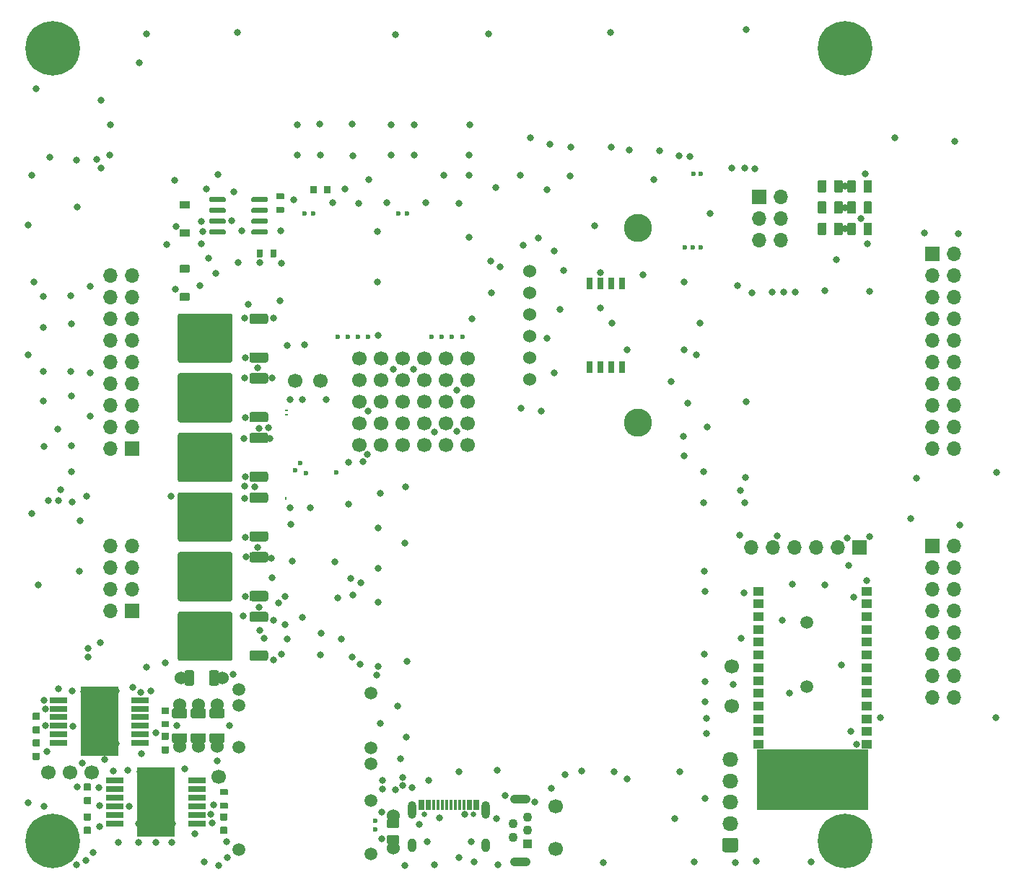
<source format=gts>
G04 #@! TF.GenerationSoftware,KiCad,Pcbnew,8.0.4*
G04 #@! TF.CreationDate,2024-09-15T17:26:29+02:00*
G04 #@! TF.ProjectId,uaefi_v2.0,75616566-695f-4763-922e-302e6b696361,C*
G04 #@! TF.SameCoordinates,PX2faf080PY9896800*
G04 #@! TF.FileFunction,Soldermask,Top*
G04 #@! TF.FilePolarity,Negative*
%FSLAX46Y46*%
G04 Gerber Fmt 4.6, Leading zero omitted, Abs format (unit mm)*
G04 Created by KiCad (PCBNEW 8.0.4) date 2024-09-15 17:26:29*
%MOMM*%
%LPD*%
G01*
G04 APERTURE LIST*
%ADD10C,0.120000*%
%ADD11C,1.700000*%
%ADD12R,1.700000X1.700000*%
%ADD13O,1.700000X1.700000*%
%ADD14C,0.800000*%
%ADD15C,6.400000*%
%ADD16C,1.524000*%
%ADD17O,1.850000X1.700000*%
%ADD18C,0.600000*%
%ADD19R,1.100000X1.100000*%
%ADD20C,1.100000*%
%ADD21O,2.400000X1.100000*%
%ADD22C,1.500000*%
%ADD23O,0.250000X0.499999*%
%ADD24O,0.499999X0.250000*%
%ADD25C,0.599999*%
%ADD26R,1.300000X1.000000*%
%ADD27R,2.000000X0.650000*%
%ADD28R,4.500000X8.100000*%
%ADD29C,0.650000*%
%ADD30R,0.300000X1.150000*%
%ADD31O,1.000000X2.100000*%
%ADD32O,1.000000X1.600000*%
%ADD33C,3.302000*%
%ADD34R,0.690000X1.350000*%
G04 APERTURE END LIST*
D10*
G04 #@! TO.C,U5*
X99150000Y7225000D02*
X86150000Y7225000D01*
X86150000Y14225000D01*
X99150000Y14225000D01*
X99150000Y7225000D01*
G36*
X99150000Y7225000D02*
G01*
X86150000Y7225000D01*
X86150000Y14225000D01*
X99150000Y14225000D01*
X99150000Y7225000D01*
G37*
G04 #@! TD*
G04 #@! TO.C,R40*
G36*
G01*
X96744378Y74691400D02*
X96744378Y75941400D01*
G75*
G02*
X96844378Y76041400I100000J0D01*
G01*
X97644378Y76041400D01*
G75*
G02*
X97744378Y75941400I0J-100000D01*
G01*
X97744378Y74691400D01*
G75*
G02*
X97644378Y74591400I-100000J0D01*
G01*
X96844378Y74591400D01*
G75*
G02*
X96744378Y74691400I0J100000D01*
G01*
G37*
G36*
G01*
X98644400Y74691400D02*
X98644400Y75941400D01*
G75*
G02*
X98744400Y76041400I100000J0D01*
G01*
X99544400Y76041400D01*
G75*
G02*
X99644400Y75941400I0J-100000D01*
G01*
X99644400Y74691400D01*
G75*
G02*
X99544400Y74591400I-100000J0D01*
G01*
X98744400Y74591400D01*
G75*
G02*
X98644400Y74691400I0J100000D01*
G01*
G37*
G04 #@! TD*
G04 #@! TO.C,U7*
G36*
G01*
X28775000Y75110000D02*
X28775000Y74810000D01*
G75*
G02*
X28625000Y74660000I-150000J0D01*
G01*
X26975000Y74660000D01*
G75*
G02*
X26825000Y74810000I0J150000D01*
G01*
X26825000Y75110000D01*
G75*
G02*
X26975000Y75260000I150000J0D01*
G01*
X28625000Y75260000D01*
G75*
G02*
X28775000Y75110000I0J-150000D01*
G01*
G37*
G36*
G01*
X28775000Y76380000D02*
X28775000Y76080000D01*
G75*
G02*
X28625000Y75930000I-150000J0D01*
G01*
X26975000Y75930000D01*
G75*
G02*
X26825000Y76080000I0J150000D01*
G01*
X26825000Y76380000D01*
G75*
G02*
X26975000Y76530000I150000J0D01*
G01*
X28625000Y76530000D01*
G75*
G02*
X28775000Y76380000I0J-150000D01*
G01*
G37*
G36*
G01*
X28775000Y77650000D02*
X28775000Y77350000D01*
G75*
G02*
X28625000Y77200000I-150000J0D01*
G01*
X26975000Y77200000D01*
G75*
G02*
X26825000Y77350000I0J150000D01*
G01*
X26825000Y77650000D01*
G75*
G02*
X26975000Y77800000I150000J0D01*
G01*
X28625000Y77800000D01*
G75*
G02*
X28775000Y77650000I0J-150000D01*
G01*
G37*
G36*
G01*
X28775000Y78920000D02*
X28775000Y78620000D01*
G75*
G02*
X28625000Y78470000I-150000J0D01*
G01*
X26975000Y78470000D01*
G75*
G02*
X26825000Y78620000I0J150000D01*
G01*
X26825000Y78920000D01*
G75*
G02*
X26975000Y79070000I150000J0D01*
G01*
X28625000Y79070000D01*
G75*
G02*
X28775000Y78920000I0J-150000D01*
G01*
G37*
G36*
G01*
X23825000Y78920000D02*
X23825000Y78620000D01*
G75*
G02*
X23675000Y78470000I-150000J0D01*
G01*
X22025000Y78470000D01*
G75*
G02*
X21875000Y78620000I0J150000D01*
G01*
X21875000Y78920000D01*
G75*
G02*
X22025000Y79070000I150000J0D01*
G01*
X23675000Y79070000D01*
G75*
G02*
X23825000Y78920000I0J-150000D01*
G01*
G37*
G36*
G01*
X23825000Y77650000D02*
X23825000Y77350000D01*
G75*
G02*
X23675000Y77200000I-150000J0D01*
G01*
X22025000Y77200000D01*
G75*
G02*
X21875000Y77350000I0J150000D01*
G01*
X21875000Y77650000D01*
G75*
G02*
X22025000Y77800000I150000J0D01*
G01*
X23675000Y77800000D01*
G75*
G02*
X23825000Y77650000I0J-150000D01*
G01*
G37*
G36*
G01*
X23825000Y76380000D02*
X23825000Y76080000D01*
G75*
G02*
X23675000Y75930000I-150000J0D01*
G01*
X22025000Y75930000D01*
G75*
G02*
X21875000Y76080000I0J150000D01*
G01*
X21875000Y76380000D01*
G75*
G02*
X22025000Y76530000I150000J0D01*
G01*
X23675000Y76530000D01*
G75*
G02*
X23825000Y76380000I0J-150000D01*
G01*
G37*
G36*
G01*
X23825000Y75110000D02*
X23825000Y74810000D01*
G75*
G02*
X23675000Y74660000I-150000J0D01*
G01*
X22025000Y74660000D01*
G75*
G02*
X21875000Y74810000I0J150000D01*
G01*
X21875000Y75110000D01*
G75*
G02*
X22025000Y75260000I150000J0D01*
G01*
X23675000Y75260000D01*
G75*
G02*
X23825000Y75110000I0J-150000D01*
G01*
G37*
G04 #@! TD*
G04 #@! TO.C,C24*
G36*
G01*
X7260000Y10215001D02*
X7940000Y10215001D01*
G75*
G02*
X8025000Y10130001I0J-85000D01*
G01*
X8025000Y9450001D01*
G75*
G02*
X7940000Y9365001I-85000J0D01*
G01*
X7260000Y9365001D01*
G75*
G02*
X7175000Y9450001I0J85000D01*
G01*
X7175000Y10130001D01*
G75*
G02*
X7260000Y10215001I85000J0D01*
G01*
G37*
G36*
G01*
X7260000Y8634999D02*
X7940000Y8634999D01*
G75*
G02*
X8025000Y8549999I0J-85000D01*
G01*
X8025000Y7869999D01*
G75*
G02*
X7940000Y7784999I-85000J0D01*
G01*
X7260000Y7784999D01*
G75*
G02*
X7175000Y7869999I0J85000D01*
G01*
X7175000Y8549999D01*
G75*
G02*
X7260000Y8634999I85000J0D01*
G01*
G37*
G04 #@! TD*
G04 #@! TO.C,R39*
G36*
G01*
X96744378Y77191400D02*
X96744378Y78441400D01*
G75*
G02*
X96844378Y78541400I100000J0D01*
G01*
X97644378Y78541400D01*
G75*
G02*
X97744378Y78441400I0J-100000D01*
G01*
X97744378Y77191400D01*
G75*
G02*
X97644378Y77091400I-100000J0D01*
G01*
X96844378Y77091400D01*
G75*
G02*
X96744378Y77191400I0J100000D01*
G01*
G37*
G36*
G01*
X98644400Y77191400D02*
X98644400Y78441400D01*
G75*
G02*
X98744400Y78541400I100000J0D01*
G01*
X99544400Y78541400D01*
G75*
G02*
X99644400Y78441400I0J-100000D01*
G01*
X99644400Y77191400D01*
G75*
G02*
X99544400Y77091400I-100000J0D01*
G01*
X98744400Y77091400D01*
G75*
G02*
X98644400Y77191400I0J100000D01*
G01*
G37*
G04 #@! TD*
G04 #@! TO.C,Q10*
G36*
G01*
X28800000Y39570000D02*
X28800000Y38870000D01*
G75*
G02*
X28550000Y38620000I-250000J0D01*
G01*
X26850000Y38620000D01*
G75*
G02*
X26600000Y38870000I0J250000D01*
G01*
X26600000Y39570000D01*
G75*
G02*
X26850000Y39820000I250000J0D01*
G01*
X28550000Y39820000D01*
G75*
G02*
X28800000Y39570000I0J-250000D01*
G01*
G37*
G36*
G01*
X24600000Y44150003D02*
X24600000Y38849997D01*
G75*
G02*
X24350003Y38600000I-249997J0D01*
G01*
X18449997Y38600000D01*
G75*
G02*
X18200000Y38849997I0J249997D01*
G01*
X18200000Y44150003D01*
G75*
G02*
X18449997Y44400000I249997J0D01*
G01*
X24350003Y44400000D01*
G75*
G02*
X24600000Y44150003I0J-249997D01*
G01*
G37*
G36*
G01*
X28800000Y44130000D02*
X28800000Y43430000D01*
G75*
G02*
X28550000Y43180000I-250000J0D01*
G01*
X26850000Y43180000D01*
G75*
G02*
X26600000Y43430000I0J250000D01*
G01*
X26600000Y44130000D01*
G75*
G02*
X26850000Y44380000I250000J0D01*
G01*
X28550000Y44380000D01*
G75*
G02*
X28800000Y44130000I0J-250000D01*
G01*
G37*
G04 #@! TD*
D11*
G04 #@! TO.C,P8*
X83200000Y19300000D03*
G04 #@! TD*
G04 #@! TO.C,Q7*
G36*
G01*
X28800000Y60570000D02*
X28800000Y59870000D01*
G75*
G02*
X28550000Y59620000I-250000J0D01*
G01*
X26850000Y59620000D01*
G75*
G02*
X26600000Y59870000I0J250000D01*
G01*
X26600000Y60570000D01*
G75*
G02*
X26850000Y60820000I250000J0D01*
G01*
X28550000Y60820000D01*
G75*
G02*
X28800000Y60570000I0J-250000D01*
G01*
G37*
G36*
G01*
X24600000Y65150003D02*
X24600000Y59849997D01*
G75*
G02*
X24350003Y59600000I-249997J0D01*
G01*
X18449997Y59600000D01*
G75*
G02*
X18200000Y59849997I0J249997D01*
G01*
X18200000Y65150003D01*
G75*
G02*
X18449997Y65400000I249997J0D01*
G01*
X24350003Y65400000D01*
G75*
G02*
X24600000Y65150003I0J-249997D01*
G01*
G37*
G36*
G01*
X28800000Y65130000D02*
X28800000Y64430000D01*
G75*
G02*
X28550000Y64180000I-250000J0D01*
G01*
X26850000Y64180000D01*
G75*
G02*
X26600000Y64430000I0J250000D01*
G01*
X26600000Y65130000D01*
G75*
G02*
X26850000Y65380000I250000J0D01*
G01*
X28550000Y65380000D01*
G75*
G02*
X28800000Y65130000I0J-250000D01*
G01*
G37*
G04 #@! TD*
G04 #@! TO.C,Q8*
G36*
G01*
X28800000Y53570000D02*
X28800000Y52870000D01*
G75*
G02*
X28550000Y52620000I-250000J0D01*
G01*
X26850000Y52620000D01*
G75*
G02*
X26600000Y52870000I0J250000D01*
G01*
X26600000Y53570000D01*
G75*
G02*
X26850000Y53820000I250000J0D01*
G01*
X28550000Y53820000D01*
G75*
G02*
X28800000Y53570000I0J-250000D01*
G01*
G37*
G36*
G01*
X24600000Y58150003D02*
X24600000Y52849997D01*
G75*
G02*
X24350003Y52600000I-249997J0D01*
G01*
X18449997Y52600000D01*
G75*
G02*
X18200000Y52849997I0J249997D01*
G01*
X18200000Y58150003D01*
G75*
G02*
X18449997Y58400000I249997J0D01*
G01*
X24350003Y58400000D01*
G75*
G02*
X24600000Y58150003I0J-249997D01*
G01*
G37*
G36*
G01*
X28800000Y58130000D02*
X28800000Y57430000D01*
G75*
G02*
X28550000Y57180000I-250000J0D01*
G01*
X26850000Y57180000D01*
G75*
G02*
X26600000Y57430000I0J250000D01*
G01*
X26600000Y58130000D01*
G75*
G02*
X26850000Y58380000I250000J0D01*
G01*
X28550000Y58380000D01*
G75*
G02*
X28800000Y58130000I0J-250000D01*
G01*
G37*
G04 #@! TD*
G04 #@! TO.C,P1*
X32000000Y57500000D03*
G04 #@! TD*
G04 #@! TO.C,C26*
G36*
G01*
X23260000Y6715001D02*
X23940000Y6715001D01*
G75*
G02*
X24025000Y6630001I0J-85000D01*
G01*
X24025000Y5950001D01*
G75*
G02*
X23940000Y5865001I-85000J0D01*
G01*
X23260000Y5865001D01*
G75*
G02*
X23175000Y5950001I0J85000D01*
G01*
X23175000Y6630001D01*
G75*
G02*
X23260000Y6715001I85000J0D01*
G01*
G37*
G36*
G01*
X23260000Y5134999D02*
X23940000Y5134999D01*
G75*
G02*
X24025000Y5049999I0J-85000D01*
G01*
X24025000Y4369999D01*
G75*
G02*
X23940000Y4284999I-85000J0D01*
G01*
X23260000Y4284999D01*
G75*
G02*
X23175000Y4369999I0J85000D01*
G01*
X23175000Y5049999D01*
G75*
G02*
X23260000Y5134999I85000J0D01*
G01*
G37*
G04 #@! TD*
G04 #@! TO.C,R1*
G36*
G01*
X36082497Y80315000D02*
X36082497Y79535000D01*
G75*
G02*
X36012497Y79465000I-70000J0D01*
G01*
X35452497Y79465000D01*
G75*
G02*
X35382497Y79535000I0J70000D01*
G01*
X35382497Y80315000D01*
G75*
G02*
X35452497Y80385000I70000J0D01*
G01*
X36012497Y80385000D01*
G75*
G02*
X36082497Y80315000I0J-70000D01*
G01*
G37*
G36*
G01*
X34482497Y80315000D02*
X34482497Y79535000D01*
G75*
G02*
X34412497Y79465000I-70000J0D01*
G01*
X33852497Y79465000D01*
G75*
G02*
X33782497Y79535000I0J70000D01*
G01*
X33782497Y80315000D01*
G75*
G02*
X33852497Y80385000I70000J0D01*
G01*
X34412497Y80385000D01*
G75*
G02*
X34482497Y80315000I0J-70000D01*
G01*
G37*
G04 #@! TD*
G04 #@! TO.C,P2*
X34900000Y57500000D03*
G04 #@! TD*
D12*
G04 #@! TO.C,J2*
X106718000Y72370000D03*
D13*
X109258000Y72370000D03*
X106718000Y69830000D03*
X109258000Y69830000D03*
X106718000Y67290000D03*
X109258000Y67290000D03*
X106718000Y64750000D03*
X109258000Y64750000D03*
X106718000Y62210000D03*
X109258000Y62210000D03*
X106718000Y59670000D03*
X109258000Y59670000D03*
X106718000Y57130000D03*
X109258000Y57130000D03*
X106718000Y54590000D03*
X109258000Y54590000D03*
X106718000Y52050000D03*
X109258000Y52050000D03*
X106718000Y49510000D03*
X109258000Y49510000D03*
G04 #@! TD*
G04 #@! TO.C,C13*
G36*
G01*
X16385000Y16175001D02*
X17065000Y16175001D01*
G75*
G02*
X17150000Y16090001I0J-85000D01*
G01*
X17150000Y15410001D01*
G75*
G02*
X17065000Y15325001I-85000J0D01*
G01*
X16385000Y15325001D01*
G75*
G02*
X16300000Y15410001I0J85000D01*
G01*
X16300000Y16090001D01*
G75*
G02*
X16385000Y16175001I85000J0D01*
G01*
G37*
G36*
G01*
X16385000Y14594999D02*
X17065000Y14594999D01*
G75*
G02*
X17150000Y14509999I0J-85000D01*
G01*
X17150000Y13829999D01*
G75*
G02*
X17065000Y13744999I-85000J0D01*
G01*
X16385000Y13744999D01*
G75*
G02*
X16300000Y13829999I0J85000D01*
G01*
X16300000Y14509999D01*
G75*
G02*
X16385000Y14594999I85000J0D01*
G01*
G37*
G04 #@! TD*
D11*
G04 #@! TO.C,P15*
X5540000Y11500000D03*
G04 #@! TD*
D14*
G04 #@! TO.C,H1*
X1100000Y96500000D03*
X1802944Y98197056D03*
X1802944Y94802944D03*
X3500000Y98900000D03*
D15*
X3500000Y96500000D03*
D14*
X3500000Y94100000D03*
X5197056Y98197056D03*
X5197056Y94802944D03*
X5900000Y96500000D03*
G04 #@! TD*
G04 #@! TO.C,H4*
X94100000Y96500000D03*
X94802944Y98197056D03*
X94802944Y94802944D03*
X96500000Y98900000D03*
D15*
X96500000Y96500000D03*
D14*
X96500000Y94100000D03*
X98197056Y98197056D03*
X98197056Y94802944D03*
X98900000Y96500000D03*
G04 #@! TD*
D16*
G04 #@! TO.C,F4*
X18400000Y19450000D03*
G36*
G01*
X17500000Y18105010D02*
X17500000Y18795010D01*
G75*
G02*
X17730000Y19025010I230000J0D01*
G01*
X19070000Y19025010D01*
G75*
G02*
X19300000Y18795010I0J-230000D01*
G01*
X19300000Y18105010D01*
G75*
G02*
X19070000Y17875010I-230000J0D01*
G01*
X17730000Y17875010D01*
G75*
G02*
X17500000Y18105010I0J230000D01*
G01*
G37*
G36*
G01*
X17500000Y15204990D02*
X17500000Y15894990D01*
G75*
G02*
X17730000Y16124990I230000J0D01*
G01*
X19070000Y16124990D01*
G75*
G02*
X19300000Y15894990I0J-230000D01*
G01*
X19300000Y15204990D01*
G75*
G02*
X19070000Y14974990I-230000J0D01*
G01*
X17730000Y14974990D01*
G75*
G02*
X17500000Y15204990I0J230000D01*
G01*
G37*
X18400000Y14550000D03*
G04 #@! TD*
G04 #@! TO.C,R37*
G36*
G01*
X93294378Y74691400D02*
X93294378Y75941400D01*
G75*
G02*
X93394378Y76041400I100000J0D01*
G01*
X94194378Y76041400D01*
G75*
G02*
X94294378Y75941400I0J-100000D01*
G01*
X94294378Y74691400D01*
G75*
G02*
X94194378Y74591400I-100000J0D01*
G01*
X93394378Y74591400D01*
G75*
G02*
X93294378Y74691400I0J100000D01*
G01*
G37*
G36*
G01*
X95194400Y74691400D02*
X95194400Y75941400D01*
G75*
G02*
X95294400Y76041400I100000J0D01*
G01*
X96094400Y76041400D01*
G75*
G02*
X96194400Y75941400I0J-100000D01*
G01*
X96194400Y74691400D01*
G75*
G02*
X96094400Y74591400I-100000J0D01*
G01*
X95294400Y74591400D01*
G75*
G02*
X95194400Y74691400I0J100000D01*
G01*
G37*
G04 #@! TD*
G04 #@! TO.C,C11*
G36*
G01*
X1260000Y18515001D02*
X1940000Y18515001D01*
G75*
G02*
X2025000Y18430001I0J-85000D01*
G01*
X2025000Y17750001D01*
G75*
G02*
X1940000Y17665001I-85000J0D01*
G01*
X1260000Y17665001D01*
G75*
G02*
X1175000Y17750001I0J85000D01*
G01*
X1175000Y18430001D01*
G75*
G02*
X1260000Y18515001I85000J0D01*
G01*
G37*
G36*
G01*
X1260000Y16934999D02*
X1940000Y16934999D01*
G75*
G02*
X2025000Y16849999I0J-85000D01*
G01*
X2025000Y16169999D01*
G75*
G02*
X1940000Y16084999I-85000J0D01*
G01*
X1260000Y16084999D01*
G75*
G02*
X1175000Y16169999I0J85000D01*
G01*
X1175000Y16849999D01*
G75*
G02*
X1260000Y16934999I85000J0D01*
G01*
G37*
G04 #@! TD*
G04 #@! TO.C,J7*
G36*
G01*
X83675000Y2150000D02*
X82325000Y2150000D01*
G75*
G02*
X82075000Y2400000I0J250000D01*
G01*
X82075000Y3600000D01*
G75*
G02*
X82325000Y3850000I250000J0D01*
G01*
X83675000Y3850000D01*
G75*
G02*
X83925000Y3600000I0J-250000D01*
G01*
X83925000Y2400000D01*
G75*
G02*
X83675000Y2150000I-250000J0D01*
G01*
G37*
D17*
X83000000Y5500000D03*
X83000000Y8000000D03*
X83000000Y10500000D03*
X83000000Y13000000D03*
G04 #@! TD*
D11*
G04 #@! TO.C,P4*
X62500000Y7500000D03*
G04 #@! TD*
D14*
G04 #@! TO.C,H2*
X1100000Y3500000D03*
X1802944Y5197056D03*
X1802944Y1802944D03*
X3500000Y5900000D03*
D15*
X3500000Y3500000D03*
D14*
X3500000Y1100000D03*
X5197056Y5197056D03*
X5197056Y1802944D03*
X5900000Y3500000D03*
G04 #@! TD*
D18*
G04 #@! TO.C,M3*
X49175000Y62675000D03*
X47975000Y62675000D03*
X50375000Y62675000D03*
X51575000Y62675000D03*
X45115000Y77100000D03*
X44115000Y77100000D03*
G04 #@! TD*
G04 #@! TO.C,R10*
G36*
G01*
X29750000Y72840000D02*
X29750000Y72060000D01*
G75*
G02*
X29680000Y71990000I-70000J0D01*
G01*
X29120000Y71990000D01*
G75*
G02*
X29050000Y72060000I0J70000D01*
G01*
X29050000Y72840000D01*
G75*
G02*
X29120000Y72910000I70000J0D01*
G01*
X29680000Y72910000D01*
G75*
G02*
X29750000Y72840000I0J-70000D01*
G01*
G37*
G36*
G01*
X28150000Y72840000D02*
X28150000Y72060000D01*
G75*
G02*
X28080000Y71990000I-70000J0D01*
G01*
X27520000Y71990000D01*
G75*
G02*
X27450000Y72060000I0J70000D01*
G01*
X27450000Y72840000D01*
G75*
G02*
X27520000Y72910000I70000J0D01*
G01*
X28080000Y72910000D01*
G75*
G02*
X28150000Y72840000I0J-70000D01*
G01*
G37*
G04 #@! TD*
D11*
G04 #@! TO.C,P17*
X3000000Y11500000D03*
G04 #@! TD*
D19*
G04 #@! TO.C,J8*
X59250000Y3100000D03*
D20*
X57500000Y3900000D03*
X59250000Y4700000D03*
X57500000Y5500000D03*
X59250000Y6300000D03*
D21*
X58375000Y1050000D03*
X58375000Y8350000D03*
G04 #@! TD*
D16*
G04 #@! TO.C,F3*
X20600000Y19450000D03*
G36*
G01*
X19700000Y18105010D02*
X19700000Y18795010D01*
G75*
G02*
X19930000Y19025010I230000J0D01*
G01*
X21270000Y19025010D01*
G75*
G02*
X21500000Y18795010I0J-230000D01*
G01*
X21500000Y18105010D01*
G75*
G02*
X21270000Y17875010I-230000J0D01*
G01*
X19930000Y17875010D01*
G75*
G02*
X19700000Y18105010I0J230000D01*
G01*
G37*
G36*
G01*
X19700000Y15204990D02*
X19700000Y15894990D01*
G75*
G02*
X19930000Y16124990I230000J0D01*
G01*
X21270000Y16124990D01*
G75*
G02*
X21500000Y15894990I0J-230000D01*
G01*
X21500000Y15204990D01*
G75*
G02*
X21270000Y14974990I-230000J0D01*
G01*
X19930000Y14974990D01*
G75*
G02*
X19700000Y15204990I0J230000D01*
G01*
G37*
X20600000Y14550000D03*
G04 #@! TD*
D18*
G04 #@! TO.C,M2*
X79574999Y73125000D03*
X78624999Y73125000D03*
X77675001Y73125000D03*
X78674999Y81825000D03*
X79574999Y81825000D03*
G04 #@! TD*
G04 #@! TO.C,C25*
G36*
G01*
X7940000Y4284999D02*
X7260000Y4284999D01*
G75*
G02*
X7175000Y4369999I0J85000D01*
G01*
X7175000Y5049999D01*
G75*
G02*
X7260000Y5134999I85000J0D01*
G01*
X7940000Y5134999D01*
G75*
G02*
X8025000Y5049999I0J-85000D01*
G01*
X8025000Y4369999D01*
G75*
G02*
X7940000Y4284999I-85000J0D01*
G01*
G37*
G36*
G01*
X7940000Y5865001D02*
X7260000Y5865001D01*
G75*
G02*
X7175000Y5950001I0J85000D01*
G01*
X7175000Y6630001D01*
G75*
G02*
X7260000Y6715001I85000J0D01*
G01*
X7940000Y6715001D01*
G75*
G02*
X8025000Y6630001I0J-85000D01*
G01*
X8025000Y5950001D01*
G75*
G02*
X7940000Y5865001I-85000J0D01*
G01*
G37*
G04 #@! TD*
D11*
G04 #@! TO.C,P18*
X23000000Y11000000D03*
G04 #@! TD*
D22*
G04 #@! TO.C,M1*
X40874995Y20824999D03*
X40874995Y14425002D03*
X40874995Y12524999D03*
X40874995Y8224999D03*
D18*
X41324994Y5825002D03*
X41324994Y4825001D03*
D22*
X40874995Y1974999D03*
X25374998Y21275001D03*
X25374998Y19425002D03*
X25374998Y14474999D03*
X25374998Y2425001D03*
G04 #@! TD*
D12*
G04 #@! TO.C,J3*
X86448800Y79101000D03*
D13*
X88988800Y79101000D03*
X86448800Y76561000D03*
X88988800Y76561000D03*
X86448800Y74021000D03*
X88988800Y74021000D03*
G04 #@! TD*
G04 #@! TO.C,Q12*
G36*
G01*
X28800000Y25570000D02*
X28800000Y24870000D01*
G75*
G02*
X28550000Y24620000I-250000J0D01*
G01*
X26850000Y24620000D01*
G75*
G02*
X26600000Y24870000I0J250000D01*
G01*
X26600000Y25570000D01*
G75*
G02*
X26850000Y25820000I250000J0D01*
G01*
X28550000Y25820000D01*
G75*
G02*
X28800000Y25570000I0J-250000D01*
G01*
G37*
G36*
G01*
X24600000Y30150003D02*
X24600000Y24849997D01*
G75*
G02*
X24350003Y24600000I-249997J0D01*
G01*
X18449997Y24600000D01*
G75*
G02*
X18200000Y24849997I0J249997D01*
G01*
X18200000Y30150003D01*
G75*
G02*
X18449997Y30400000I249997J0D01*
G01*
X24350003Y30400000D01*
G75*
G02*
X24600000Y30150003I0J-249997D01*
G01*
G37*
G36*
G01*
X28800000Y30130000D02*
X28800000Y29430000D01*
G75*
G02*
X28550000Y29180000I-250000J0D01*
G01*
X26850000Y29180000D01*
G75*
G02*
X26600000Y29430000I0J250000D01*
G01*
X26600000Y30130000D01*
G75*
G02*
X26850000Y30380000I250000J0D01*
G01*
X28550000Y30380000D01*
G75*
G02*
X28800000Y30130000I0J-250000D01*
G01*
G37*
G04 #@! TD*
D23*
G04 #@! TO.C,M7*
X30900003Y43675005D03*
D24*
X30950001Y54024999D03*
X30950001Y53524998D03*
D25*
X31999999Y46975001D03*
X32524999Y47850003D03*
X33274997Y46674999D03*
X36824998Y46750002D03*
G04 #@! TD*
G04 #@! TO.C,R9*
G36*
G01*
X16335000Y19110000D02*
X17115000Y19110000D01*
G75*
G02*
X17185000Y19040000I0J-70000D01*
G01*
X17185000Y18480000D01*
G75*
G02*
X17115000Y18410000I-70000J0D01*
G01*
X16335000Y18410000D01*
G75*
G02*
X16265000Y18480000I0J70000D01*
G01*
X16265000Y19040000D01*
G75*
G02*
X16335000Y19110000I70000J0D01*
G01*
G37*
G36*
G01*
X16335000Y17510000D02*
X17115000Y17510000D01*
G75*
G02*
X17185000Y17440000I0J-70000D01*
G01*
X17185000Y16880000D01*
G75*
G02*
X17115000Y16810000I-70000J0D01*
G01*
X16335000Y16810000D01*
G75*
G02*
X16265000Y16880000I0J70000D01*
G01*
X16265000Y17440000D01*
G75*
G02*
X16335000Y17510000I70000J0D01*
G01*
G37*
G04 #@! TD*
G04 #@! TO.C,Q9*
G36*
G01*
X28800000Y46570000D02*
X28800000Y45870000D01*
G75*
G02*
X28550000Y45620000I-250000J0D01*
G01*
X26850000Y45620000D01*
G75*
G02*
X26600000Y45870000I0J250000D01*
G01*
X26600000Y46570000D01*
G75*
G02*
X26850000Y46820000I250000J0D01*
G01*
X28550000Y46820000D01*
G75*
G02*
X28800000Y46570000I0J-250000D01*
G01*
G37*
G36*
G01*
X24600000Y51150003D02*
X24600000Y45849997D01*
G75*
G02*
X24350003Y45600000I-249997J0D01*
G01*
X18449997Y45600000D01*
G75*
G02*
X18200000Y45849997I0J249997D01*
G01*
X18200000Y51150003D01*
G75*
G02*
X18449997Y51400000I249997J0D01*
G01*
X24350003Y51400000D01*
G75*
G02*
X24600000Y51150003I0J-249997D01*
G01*
G37*
G36*
G01*
X28800000Y51130000D02*
X28800000Y50430000D01*
G75*
G02*
X28550000Y50180000I-250000J0D01*
G01*
X26850000Y50180000D01*
G75*
G02*
X26600000Y50430000I0J250000D01*
G01*
X26600000Y51130000D01*
G75*
G02*
X26850000Y51380000I250000J0D01*
G01*
X28550000Y51380000D01*
G75*
G02*
X28800000Y51130000I0J-250000D01*
G01*
G37*
G04 #@! TD*
D26*
G04 #@! TO.C,U5*
X99000000Y14800000D03*
X99000000Y16300000D03*
X99000000Y17800000D03*
X99000000Y19300000D03*
X99000000Y20800000D03*
X99000000Y22300000D03*
X99000000Y23800000D03*
X99000000Y25300000D03*
X99000000Y26800000D03*
X99000000Y28300000D03*
X99000000Y29800000D03*
X99000000Y31300000D03*
X99000000Y32800000D03*
X86300000Y32800000D03*
X86300000Y31300000D03*
X86300000Y29800000D03*
X86300000Y28300000D03*
X86300000Y26800000D03*
X86300000Y25300000D03*
X86300000Y23800000D03*
X86300000Y22300000D03*
X86300000Y20800000D03*
X86300000Y19300000D03*
X86300000Y17800000D03*
X86300000Y16300000D03*
X86300000Y14800000D03*
G04 #@! TD*
G04 #@! TO.C,R35*
G36*
G01*
X93294378Y79691400D02*
X93294378Y80941400D01*
G75*
G02*
X93394378Y81041400I100000J0D01*
G01*
X94194378Y81041400D01*
G75*
G02*
X94294378Y80941400I0J-100000D01*
G01*
X94294378Y79691400D01*
G75*
G02*
X94194378Y79591400I-100000J0D01*
G01*
X93394378Y79591400D01*
G75*
G02*
X93294378Y79691400I0J100000D01*
G01*
G37*
G36*
G01*
X95194400Y79691400D02*
X95194400Y80941400D01*
G75*
G02*
X95294400Y81041400I100000J0D01*
G01*
X96094400Y81041400D01*
G75*
G02*
X96194400Y80941400I0J-100000D01*
G01*
X96194400Y79691400D01*
G75*
G02*
X96094400Y79591400I-100000J0D01*
G01*
X95294400Y79591400D01*
G75*
G02*
X95194400Y79691400I0J100000D01*
G01*
G37*
G04 #@! TD*
D16*
G04 #@! TO.C,F1*
X22800000Y19450000D03*
G36*
G01*
X21900000Y18105010D02*
X21900000Y18795010D01*
G75*
G02*
X22130000Y19025010I230000J0D01*
G01*
X23470000Y19025010D01*
G75*
G02*
X23700000Y18795010I0J-230000D01*
G01*
X23700000Y18105010D01*
G75*
G02*
X23470000Y17875010I-230000J0D01*
G01*
X22130000Y17875010D01*
G75*
G02*
X21900000Y18105010I0J230000D01*
G01*
G37*
G36*
G01*
X21900000Y15204990D02*
X21900000Y15894990D01*
G75*
G02*
X22130000Y16124990I230000J0D01*
G01*
X23470000Y16124990D01*
G75*
G02*
X23700000Y15894990I0J-230000D01*
G01*
X23700000Y15204990D01*
G75*
G02*
X23470000Y14974990I-230000J0D01*
G01*
X22130000Y14974990D01*
G75*
G02*
X21900000Y15204990I0J230000D01*
G01*
G37*
X22800000Y14550000D03*
G04 #@! TD*
D11*
G04 #@! TO.C,G3*
X39500000Y49960000D03*
X39500000Y52500000D03*
X39500000Y55040000D03*
X39500000Y57580000D03*
X39500000Y60120000D03*
X42040000Y49960000D03*
X42040000Y52500000D03*
X42040000Y55040000D03*
X42040000Y57580000D03*
X42040000Y60120000D03*
X44580000Y49960000D03*
X44580000Y52500000D03*
X44580000Y55040000D03*
X44580000Y57580000D03*
X44580000Y60120000D03*
G04 #@! TD*
G04 #@! TO.C,P3*
X62500000Y2500000D03*
G04 #@! TD*
D16*
G04 #@! TO.C,R4*
X43474609Y6474609D03*
G36*
G01*
X42849609Y6019610D02*
X44099609Y6019610D01*
G75*
G02*
X44199609Y5919610I0J-100000D01*
G01*
X44199609Y5119610D01*
G75*
G02*
X44099609Y5019610I-100000J0D01*
G01*
X42849609Y5019610D01*
G75*
G02*
X42749609Y5119610I0J100000D01*
G01*
X42749609Y5919610D01*
G75*
G02*
X42849609Y6019610I100000J0D01*
G01*
G37*
G36*
G01*
X42849609Y4119588D02*
X44099609Y4119588D01*
G75*
G02*
X44199609Y4019588I0J-100000D01*
G01*
X44199609Y3219588D01*
G75*
G02*
X44099609Y3119588I-100000J0D01*
G01*
X42849609Y3119588D01*
G75*
G02*
X42749609Y3219588I0J100000D01*
G01*
X42749609Y4019588D01*
G75*
G02*
X42849609Y4119588I100000J0D01*
G01*
G37*
X43474609Y2664609D03*
G04 #@! TD*
G04 #@! TO.C,R11*
G36*
G01*
X29810000Y79500000D02*
X30590000Y79500000D01*
G75*
G02*
X30660000Y79430000I0J-70000D01*
G01*
X30660000Y78870000D01*
G75*
G02*
X30590000Y78800000I-70000J0D01*
G01*
X29810000Y78800000D01*
G75*
G02*
X29740000Y78870000I0J70000D01*
G01*
X29740000Y79430000D01*
G75*
G02*
X29810000Y79500000I70000J0D01*
G01*
G37*
G36*
G01*
X29810000Y77900000D02*
X30590000Y77900000D01*
G75*
G02*
X30660000Y77830000I0J-70000D01*
G01*
X30660000Y77270000D01*
G75*
G02*
X30590000Y77200000I-70000J0D01*
G01*
X29810000Y77200000D01*
G75*
G02*
X29740000Y77270000I0J70000D01*
G01*
X29740000Y77830000D01*
G75*
G02*
X29810000Y77900000I70000J0D01*
G01*
G37*
G04 #@! TD*
G04 #@! TO.C,D3*
G36*
G01*
X19510000Y74400000D02*
X18490000Y74400000D01*
G75*
G02*
X18400000Y74490000I0J90000D01*
G01*
X18400000Y75210000D01*
G75*
G02*
X18490000Y75300000I90000J0D01*
G01*
X19510000Y75300000D01*
G75*
G02*
X19600000Y75210000I0J-90000D01*
G01*
X19600000Y74490000D01*
G75*
G02*
X19510000Y74400000I-90000J0D01*
G01*
G37*
G36*
G01*
X19510000Y77700000D02*
X18490000Y77700000D01*
G75*
G02*
X18400000Y77790000I0J90000D01*
G01*
X18400000Y78510000D01*
G75*
G02*
X18490000Y78600000I90000J0D01*
G01*
X19510000Y78600000D01*
G75*
G02*
X19600000Y78510000I0J-90000D01*
G01*
X19600000Y77790000D01*
G75*
G02*
X19510000Y77700000I-90000J0D01*
G01*
G37*
G04 #@! TD*
G04 #@! TO.C,R38*
G36*
G01*
X96744378Y79691400D02*
X96744378Y80941400D01*
G75*
G02*
X96844378Y81041400I100000J0D01*
G01*
X97644378Y81041400D01*
G75*
G02*
X97744378Y80941400I0J-100000D01*
G01*
X97744378Y79691400D01*
G75*
G02*
X97644378Y79591400I-100000J0D01*
G01*
X96844378Y79591400D01*
G75*
G02*
X96744378Y79691400I0J100000D01*
G01*
G37*
G36*
G01*
X98644400Y79691400D02*
X98644400Y80941400D01*
G75*
G02*
X98744400Y81041400I100000J0D01*
G01*
X99544400Y81041400D01*
G75*
G02*
X99644400Y80941400I0J-100000D01*
G01*
X99644400Y79691400D01*
G75*
G02*
X99544400Y79591400I-100000J0D01*
G01*
X98744400Y79591400D01*
G75*
G02*
X98644400Y79691400I0J100000D01*
G01*
G37*
G04 #@! TD*
G04 #@! TO.C,R36*
G36*
G01*
X93294378Y77191400D02*
X93294378Y78441400D01*
G75*
G02*
X93394378Y78541400I100000J0D01*
G01*
X94194378Y78541400D01*
G75*
G02*
X94294378Y78441400I0J-100000D01*
G01*
X94294378Y77191400D01*
G75*
G02*
X94194378Y77091400I-100000J0D01*
G01*
X93394378Y77091400D01*
G75*
G02*
X93294378Y77191400I0J100000D01*
G01*
G37*
G36*
G01*
X95194400Y77191400D02*
X95194400Y78441400D01*
G75*
G02*
X95294400Y78541400I100000J0D01*
G01*
X96094400Y78541400D01*
G75*
G02*
X96194400Y78441400I0J-100000D01*
G01*
X96194400Y77191400D01*
G75*
G02*
X96094400Y77091400I-100000J0D01*
G01*
X95294400Y77091400D01*
G75*
G02*
X95194400Y77191400I0J100000D01*
G01*
G37*
G04 #@! TD*
D27*
G04 #@! TO.C,U1*
X4200000Y20000000D03*
X4200000Y19000000D03*
X4200000Y18000000D03*
X4200000Y17000000D03*
X4200000Y16000000D03*
X4200000Y15000000D03*
X13800000Y15000000D03*
X13800000Y16000000D03*
X13800000Y17000000D03*
X13800000Y18000000D03*
X13800000Y19000000D03*
X13800000Y20000000D03*
D28*
X9000000Y17500000D03*
G04 #@! TD*
D12*
G04 #@! TO.C,J4*
X12865000Y30460000D03*
D13*
X10325000Y30460000D03*
X12865000Y33000000D03*
X10325000Y33000000D03*
X12865000Y35540000D03*
X10325000Y35540000D03*
X12865000Y38080000D03*
X10325000Y38080000D03*
G04 #@! TD*
D27*
G04 #@! TO.C,U2*
X10825000Y10540000D03*
X10825000Y9540000D03*
X10825000Y8540000D03*
X10825000Y7540000D03*
X10825000Y6540000D03*
X10825000Y5540000D03*
X20425000Y5540000D03*
X20425000Y6540000D03*
X20425000Y7540000D03*
X20425000Y8540000D03*
X20425000Y9540000D03*
X20425000Y10540000D03*
D28*
X15625000Y8040000D03*
G04 #@! TD*
D11*
G04 #@! TO.C,P7*
X83200000Y24000000D03*
G04 #@! TD*
D12*
G04 #@! TO.C,J5*
X12865000Y49510000D03*
D13*
X10325000Y49510000D03*
X12865000Y52050000D03*
X10325000Y52050000D03*
X12865000Y54590000D03*
X10325000Y54590000D03*
X12865000Y57130000D03*
X10325000Y57130000D03*
X12865000Y59670000D03*
X10325000Y59670000D03*
X12865000Y62210000D03*
X10325000Y62210000D03*
X12865000Y64750000D03*
X10325000Y64750000D03*
X12865000Y67290000D03*
X10325000Y67290000D03*
X12865000Y69830000D03*
X10325000Y69830000D03*
G04 #@! TD*
G04 #@! TO.C,Q11*
G36*
G01*
X28800000Y32570000D02*
X28800000Y31870000D01*
G75*
G02*
X28550000Y31620000I-250000J0D01*
G01*
X26850000Y31620000D01*
G75*
G02*
X26600000Y31870000I0J250000D01*
G01*
X26600000Y32570000D01*
G75*
G02*
X26850000Y32820000I250000J0D01*
G01*
X28550000Y32820000D01*
G75*
G02*
X28800000Y32570000I0J-250000D01*
G01*
G37*
G36*
G01*
X24600000Y37150003D02*
X24600000Y31849997D01*
G75*
G02*
X24350003Y31600000I-249997J0D01*
G01*
X18449997Y31600000D01*
G75*
G02*
X18200000Y31849997I0J249997D01*
G01*
X18200000Y37150003D01*
G75*
G02*
X18449997Y37400000I249997J0D01*
G01*
X24350003Y37400000D01*
G75*
G02*
X24600000Y37150003I0J-249997D01*
G01*
G37*
G36*
G01*
X28800000Y37130000D02*
X28800000Y36430000D01*
G75*
G02*
X28550000Y36180000I-250000J0D01*
G01*
X26850000Y36180000D01*
G75*
G02*
X26600000Y36430000I0J250000D01*
G01*
X26600000Y37130000D01*
G75*
G02*
X26850000Y37380000I250000J0D01*
G01*
X28550000Y37380000D01*
G75*
G02*
X28800000Y37130000I0J-250000D01*
G01*
G37*
G04 #@! TD*
D29*
G04 #@! TO.C,J9*
X47110000Y6605000D03*
X52890000Y6605000D03*
D30*
X46650000Y7670000D03*
X47450000Y7670000D03*
X48750000Y7670000D03*
X49750000Y7670000D03*
X50250000Y7670000D03*
X51250000Y7670000D03*
X52550000Y7670000D03*
X53350000Y7670000D03*
X53050000Y7670000D03*
X52250000Y7670000D03*
X51750000Y7670000D03*
X50750000Y7670000D03*
X49250000Y7670000D03*
X48250000Y7670000D03*
X47750000Y7670000D03*
X46950000Y7670000D03*
D31*
X45680000Y7105000D03*
D32*
X45680000Y2925000D03*
D31*
X54320000Y7105000D03*
D32*
X54320000Y2925000D03*
G04 #@! TD*
D12*
G04 #@! TO.C,J10*
X106718000Y38080000D03*
D13*
X109258000Y38080000D03*
X106718000Y35540000D03*
X109258000Y35540000D03*
X106718000Y33000000D03*
X109258000Y33000000D03*
X106718000Y30460000D03*
X109258000Y30460000D03*
X106718000Y27920000D03*
X109258000Y27920000D03*
X106718000Y25380000D03*
X109258000Y25380000D03*
X106718000Y22840000D03*
X109258000Y22840000D03*
X106718000Y20300000D03*
X109258000Y20300000D03*
G04 #@! TD*
D14*
G04 #@! TO.C,H3*
X94100000Y3500000D03*
X94802944Y5197056D03*
X94802944Y1802944D03*
X96500000Y5900000D03*
D15*
X96500000Y3500000D03*
D14*
X96500000Y1100000D03*
X98197056Y5197056D03*
X98197056Y1802944D03*
X98900000Y3500000D03*
G04 #@! TD*
D18*
G04 #@! TO.C,M4*
X38125000Y62675000D03*
X36925000Y62675000D03*
X39325000Y62675000D03*
X40525000Y62675000D03*
X34065000Y77100000D03*
X33065000Y77100000D03*
G04 #@! TD*
D16*
G04 #@! TO.C,F2*
X18550000Y22600000D03*
G36*
G01*
X19894990Y21700000D02*
X19204990Y21700000D01*
G75*
G02*
X18974990Y21930000I0J230000D01*
G01*
X18974990Y23270000D01*
G75*
G02*
X19204990Y23500000I230000J0D01*
G01*
X19894990Y23500000D01*
G75*
G02*
X20124990Y23270000I0J-230000D01*
G01*
X20124990Y21930000D01*
G75*
G02*
X19894990Y21700000I-230000J0D01*
G01*
G37*
G36*
G01*
X22795010Y21700000D02*
X22105010Y21700000D01*
G75*
G02*
X21875010Y21930000I0J230000D01*
G01*
X21875010Y23270000D01*
G75*
G02*
X22105010Y23500000I230000J0D01*
G01*
X22795010Y23500000D01*
G75*
G02*
X23025010Y23270000I0J-230000D01*
G01*
X23025010Y21930000D01*
G75*
G02*
X22795010Y21700000I-230000J0D01*
G01*
G37*
X23450000Y22600000D03*
G04 #@! TD*
G04 #@! TO.C,D5*
G36*
G01*
X19510000Y66900000D02*
X18490000Y66900000D01*
G75*
G02*
X18400000Y66990000I0J90000D01*
G01*
X18400000Y67710000D01*
G75*
G02*
X18490000Y67800000I90000J0D01*
G01*
X19510000Y67800000D01*
G75*
G02*
X19600000Y67710000I0J-90000D01*
G01*
X19600000Y66990000D01*
G75*
G02*
X19510000Y66900000I-90000J0D01*
G01*
G37*
G36*
G01*
X19510000Y70200000D02*
X18490000Y70200000D01*
G75*
G02*
X18400000Y70290000I0J90000D01*
G01*
X18400000Y71010000D01*
G75*
G02*
X18490000Y71100000I90000J0D01*
G01*
X19510000Y71100000D01*
G75*
G02*
X19600000Y71010000I0J-90000D01*
G01*
X19600000Y70290000D01*
G75*
G02*
X19510000Y70200000I-90000J0D01*
G01*
G37*
G04 #@! TD*
D12*
G04 #@! TO.C,J6*
X98150000Y37900000D03*
D13*
X95610000Y37900000D03*
X93070000Y37900000D03*
X90530000Y37900000D03*
X87990000Y37900000D03*
X85450000Y37900000D03*
G04 #@! TD*
G04 #@! TO.C,R14*
G36*
G01*
X23210000Y9550000D02*
X23990000Y9550000D01*
G75*
G02*
X24060000Y9480000I0J-70000D01*
G01*
X24060000Y8920000D01*
G75*
G02*
X23990000Y8850000I-70000J0D01*
G01*
X23210000Y8850000D01*
G75*
G02*
X23140000Y8920000I0J70000D01*
G01*
X23140000Y9480000D01*
G75*
G02*
X23210000Y9550000I70000J0D01*
G01*
G37*
G36*
G01*
X23210000Y7950000D02*
X23990000Y7950000D01*
G75*
G02*
X24060000Y7880000I0J-70000D01*
G01*
X24060000Y7320000D01*
G75*
G02*
X23990000Y7250000I-70000J0D01*
G01*
X23210000Y7250000D01*
G75*
G02*
X23140000Y7320000I0J70000D01*
G01*
X23140000Y7880000D01*
G75*
G02*
X23210000Y7950000I70000J0D01*
G01*
G37*
G04 #@! TD*
D33*
G04 #@! TO.C,U3*
X72203250Y75430000D03*
X72203250Y52570000D03*
D34*
X70323250Y68942500D03*
X70323250Y59100000D03*
X69053250Y59100000D03*
X67783250Y59100000D03*
X66513250Y59100000D03*
D16*
X59503250Y70350000D03*
D34*
X66513250Y68942500D03*
X67783250Y68942500D03*
D16*
X59503250Y67810000D03*
D34*
X69053250Y68942500D03*
D16*
X59503250Y65270000D03*
X59503250Y62730000D03*
X59503250Y60190000D03*
X59503250Y57650000D03*
G04 #@! TD*
D11*
G04 #@! TO.C,P16*
X8080000Y11500000D03*
G04 #@! TD*
G04 #@! TO.C,C12*
G36*
G01*
X1940000Y12984999D02*
X1260000Y12984999D01*
G75*
G02*
X1175000Y13069999I0J85000D01*
G01*
X1175000Y13749999D01*
G75*
G02*
X1260000Y13834999I85000J0D01*
G01*
X1940000Y13834999D01*
G75*
G02*
X2025000Y13749999I0J-85000D01*
G01*
X2025000Y13069999D01*
G75*
G02*
X1940000Y12984999I-85000J0D01*
G01*
G37*
G36*
G01*
X1940000Y14565001D02*
X1260000Y14565001D01*
G75*
G02*
X1175000Y14650001I0J85000D01*
G01*
X1175000Y15330001D01*
G75*
G02*
X1260000Y15415001I85000J0D01*
G01*
X1940000Y15415001D01*
G75*
G02*
X2025000Y15330001I0J-85000D01*
G01*
X2025000Y14650001D01*
G75*
G02*
X1940000Y14565001I-85000J0D01*
G01*
G37*
G04 #@! TD*
G04 #@! TO.C,G4*
X47120000Y49960000D03*
X47120000Y52500000D03*
X47120000Y55040000D03*
X47120000Y57580000D03*
X47120000Y60120000D03*
X49660000Y49960000D03*
X49660000Y52500000D03*
X49660000Y55040000D03*
X49660000Y57580000D03*
X49660000Y60120000D03*
X52200000Y49960000D03*
X52200000Y52500000D03*
X52200000Y55040000D03*
X52200000Y57580000D03*
X52200000Y60120000D03*
G04 #@! TD*
D22*
G04 #@! TO.C,BT1*
X92000000Y21600142D03*
X92000000Y29100000D03*
G04 #@! TD*
D14*
X22900000Y81700000D03*
X64200000Y81500000D03*
X35600000Y55300000D03*
X76100000Y57400000D03*
X24550000Y76250000D03*
X39600000Y24200000D03*
X15600000Y11700000D03*
X9100000Y21000000D03*
X36400000Y78400000D03*
X23900000Y3400000D03*
X9000000Y5200002D03*
X3200000Y83750000D03*
X12300000Y11800000D03*
X10198000Y83952400D03*
X99400000Y68000000D03*
X80300000Y52100000D03*
X1786207Y33538086D03*
X7484470Y14920757D03*
X7000000Y12600000D03*
X65600000Y11700000D03*
X80000000Y25400000D03*
X2390000Y67430939D03*
X15600000Y5500000D03*
X36612639Y36217956D03*
X33100000Y61700000D03*
X92500000Y1000000D03*
X109740600Y74783000D03*
X21800000Y71900000D03*
X6300000Y700000D03*
X51200000Y78300000D03*
X2493627Y49814892D03*
X52600000Y3400000D03*
X13800000Y11600000D03*
X42700000Y78400000D03*
X79000000Y60500000D03*
X105803600Y74808400D03*
X31600000Y36300000D03*
X98894379Y81816400D03*
X53000000Y1000000D03*
X27600000Y59000000D03*
X6362600Y77932600D03*
X7200000Y21000000D03*
X71208800Y84587400D03*
X29300000Y57800000D03*
X63500000Y70400000D03*
X78800000Y1000000D03*
X25200000Y98400000D03*
X13600000Y5500000D03*
X44900000Y45000000D03*
X114211000Y17912400D03*
X77509373Y51000001D03*
X48300000Y700000D03*
X41700000Y40200000D03*
X42200000Y9600000D03*
X49400000Y81600000D03*
X67100000Y75700000D03*
X28992930Y50692430D03*
X30350000Y71300000D03*
X5650000Y67450000D03*
X1600000Y91800000D03*
X5722757Y55672757D03*
X46500000Y5400000D03*
X43268800Y87584600D03*
X58700000Y73400000D03*
X2440000Y55100000D03*
X31400000Y42600000D03*
X99400000Y39200000D03*
X80200000Y16100000D03*
X5700000Y64200000D03*
X25900000Y29900000D03*
X16931302Y73510000D03*
X13600000Y3300000D03*
X87900000Y67900000D03*
X26000000Y57800000D03*
X100622000Y17937800D03*
X109969200Y40594600D03*
X9100000Y14900000D03*
X52489000Y87559200D03*
X45961200Y83977800D03*
X24300000Y17000000D03*
X30300000Y75100000D03*
X86100000Y1100000D03*
X77600000Y48650000D03*
X96100000Y24100000D03*
X31800000Y78700000D03*
X17600000Y5500000D03*
X114236400Y46741400D03*
X45058863Y24560376D03*
X20800000Y68700000D03*
X80100000Y8500000D03*
X34950000Y25350000D03*
X69000000Y98400000D03*
X22100000Y6600000D03*
X21000000Y76200000D03*
X104889200Y46055600D03*
X17800000Y81000000D03*
X62400000Y72700000D03*
X24800000Y79700000D03*
X12900000Y21500000D03*
X29460554Y29390822D03*
X109359600Y85603400D03*
X8300000Y2100000D03*
X47500000Y3400000D03*
X2508711Y19940000D03*
X42100000Y3700000D03*
X61887000Y85298600D03*
X10980000Y21109535D03*
X38500000Y34300000D03*
X41600000Y69100000D03*
X671177Y7971177D03*
X48300000Y51500000D03*
X74016800Y81133000D03*
X39700000Y33800000D03*
X6667400Y35159000D03*
X50899998Y51600000D03*
X26500000Y66450000D03*
X74764800Y84536600D03*
X5700000Y49850000D03*
X5725000Y46800000D03*
X38773000Y83927000D03*
X67799998Y66000000D03*
X55700000Y11800000D03*
X15600000Y3300000D03*
X55500000Y80200000D03*
X38200000Y47899998D03*
X10616691Y11683309D03*
X36950000Y32000000D03*
X41700000Y62800000D03*
X2800000Y14000000D03*
X80000000Y35100000D03*
X59550200Y86035200D03*
X38200000Y43000000D03*
X27600000Y37900000D03*
X27200000Y45070500D03*
X60800000Y53900000D03*
X84900000Y98700000D03*
X45961200Y87559200D03*
X77000000Y83876200D03*
X96700000Y39000000D03*
X21550000Y80050000D03*
X13900000Y13700000D03*
X61500000Y62500000D03*
X67783250Y70200000D03*
X5650000Y58550000D03*
X79900000Y46800000D03*
X1038395Y41899032D03*
X25950000Y50690000D03*
X52362000Y83977800D03*
X96900000Y35800000D03*
X6749430Y41070076D03*
X55600000Y6100000D03*
X84300000Y27300000D03*
X45000000Y15700000D03*
X90000000Y20800000D03*
X26000000Y45100000D03*
X26000000Y43700000D03*
X78244600Y83850800D03*
X4460000Y44730514D03*
X52400000Y81600000D03*
X79900000Y43200000D03*
X102323800Y85984400D03*
X29200000Y36700000D03*
X94100000Y33500000D03*
X1100000Y81600000D03*
X85600000Y67800000D03*
X52700000Y64800000D03*
X5800000Y21100000D03*
X55800000Y700000D03*
X2390000Y63750000D03*
X84700000Y43200000D03*
X34886800Y87610000D03*
X30200000Y66900000D03*
X90600000Y67900000D03*
X47300000Y78400000D03*
X88550000Y39250000D03*
X27700000Y30900000D03*
X13647690Y94842161D03*
X62400000Y58400000D03*
X24000000Y1500000D03*
X104203400Y41280400D03*
X89300000Y67900000D03*
X33709448Y42548637D03*
X84600000Y32600000D03*
X19000000Y11900000D03*
X94100000Y68100000D03*
X10274200Y87533800D03*
X2390000Y58550000D03*
X54700000Y98200000D03*
X69049800Y84917600D03*
X39400000Y78300000D03*
X90300000Y33600000D03*
X52400000Y74300000D03*
X11000000Y14900000D03*
X40600000Y81100000D03*
X43695157Y98088669D03*
X80100000Y22200000D03*
X84900000Y55000000D03*
X9581066Y13014448D03*
X17500000Y3300000D03*
X98334379Y76525111D03*
X58400000Y81600000D03*
X83400000Y21800000D03*
X32194400Y83952400D03*
X34912200Y83977800D03*
X26000000Y64850000D03*
X78000000Y54900000D03*
X41700000Y35500000D03*
X41600000Y75000000D03*
X27700000Y51900000D03*
X77100000Y11600000D03*
X32219800Y87559200D03*
X42136337Y6814691D03*
X22800000Y12900000D03*
X89100000Y29400000D03*
X6300000Y83400000D03*
X63000000Y65900000D03*
X43243400Y83977800D03*
X26200000Y36800000D03*
X15650000Y16150000D03*
X6400000Y9800000D03*
X61500000Y79900000D03*
X80100000Y19800000D03*
X42000000Y17300000D03*
X72800000Y69900000D03*
X44800000Y38400000D03*
X14500000Y98200000D03*
X64274600Y84917600D03*
X38620600Y87610000D03*
X80665646Y77115647D03*
X80200000Y17900000D03*
X20200000Y4300000D03*
X11200000Y3300000D03*
X99000000Y34000000D03*
X30800000Y28850000D03*
X600000Y75800000D03*
X42000000Y44300000D03*
X21310803Y982907D03*
X32800000Y55300000D03*
X22650000Y70100000D03*
X69400000Y11600000D03*
X32850000Y29750000D03*
X29400000Y64850000D03*
X83600000Y900000D03*
X2500000Y7500000D03*
X22200000Y5556893D03*
X50973231Y56404576D03*
X99144400Y73559400D03*
X69100000Y64300000D03*
X84100000Y39333467D03*
X84213469Y44608087D03*
X79500000Y64300000D03*
X44548933Y10912921D03*
X58500000Y54300000D03*
X60500000Y74290001D03*
X63600000Y11300000D03*
X97500000Y32100000D03*
X42249994Y10600000D03*
X61991346Y9650000D03*
X17900000Y68200000D03*
X18000000Y75600000D03*
X21000000Y73600000D03*
X21164621Y74998466D03*
X7400000Y1200000D03*
X37800000Y80000000D03*
X9232800Y90429400D03*
X83899970Y68690370D03*
X95500000Y71750000D03*
X84825498Y46100000D03*
X96494379Y77816400D03*
X96494379Y80316400D03*
X96494379Y75316400D03*
X21959047Y27480868D03*
X19910661Y27510661D03*
X23400000Y35700000D03*
X22100000Y34400000D03*
X19800000Y43500000D03*
X19800000Y41800000D03*
X19800000Y48400000D03*
X18897485Y49925000D03*
X18750000Y57450000D03*
X19850000Y56350000D03*
X19900000Y63500000D03*
X18900064Y64500000D03*
X48900000Y6200000D03*
X51894147Y6585514D03*
X44350000Y13129930D03*
X76500000Y6100000D03*
X68100000Y900000D03*
X45860000Y58850000D03*
X43950000Y19300000D03*
X43500000Y58800000D03*
X24692650Y23023286D03*
X43750000Y9450000D03*
X41567413Y22949501D03*
X41700000Y24000000D03*
X41699998Y31500000D03*
X38700000Y32300000D03*
X38618404Y25060308D03*
X16700000Y24400000D03*
X30800000Y32200000D03*
X27800000Y71350000D03*
X25250000Y71350000D03*
X9095400Y26715800D03*
X5805802Y43291030D03*
X4100000Y51850000D03*
X31000000Y27200000D03*
X7962800Y53320000D03*
X7912000Y58400000D03*
X35026422Y27823578D03*
X7683400Y26065800D03*
X3000000Y43400000D03*
X650000Y60500000D03*
X7962800Y68560000D03*
X37358268Y27213366D03*
X4185802Y43450000D03*
X7683400Y25100600D03*
X1300000Y69050000D03*
X30000000Y31400000D03*
X30400000Y25400000D03*
X25690000Y75095576D03*
X29400000Y24700000D03*
X13850000Y20900000D03*
X14500000Y23900500D03*
X4200000Y21299998D03*
X44800000Y600000D03*
X23000000Y600000D03*
X70877571Y10720711D03*
X18100000Y17000000D03*
X2706284Y18971751D03*
X45649432Y9705006D03*
X8900000Y9700000D03*
X22400000Y7700000D03*
X15000000Y21100000D03*
X17411600Y43922000D03*
X7531000Y43947400D03*
X39900000Y48000000D03*
X77600000Y69100000D03*
X70900000Y61100000D03*
X77600006Y61100000D03*
X29250000Y34400000D03*
X31450000Y40650000D03*
X28800000Y51950000D03*
X31350000Y55300000D03*
X31050000Y61600000D03*
X56588477Y8800173D03*
X97150000Y16300000D03*
X60100000Y8000000D03*
X97800000Y14800000D03*
X83198182Y82465000D03*
X51200000Y1500000D03*
X51200000Y11600000D03*
X8660000Y83484462D03*
X84700000Y82465000D03*
X9150000Y82499559D03*
X85900000Y82400000D03*
X47624579Y10594662D03*
X40500000Y53900000D03*
X44549637Y9962919D03*
X40419856Y48839097D03*
X2700000Y17000000D03*
X5875000Y16960000D03*
X12500000Y7500000D03*
X9000000Y7600000D03*
X54900000Y71500000D03*
X56034620Y70884620D03*
X54957284Y67793497D03*
X26100000Y60200000D03*
X26149963Y53193046D03*
X26150000Y46190337D03*
X26150000Y39094452D03*
X26150000Y32190337D03*
X28300000Y27300500D03*
X27800000Y28200000D03*
X80100000Y32800000D03*
M02*

</source>
